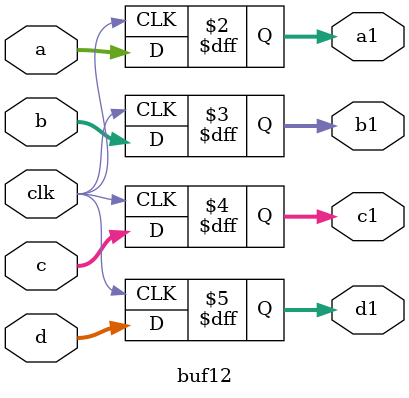
<source format=v>
`timescale 1ns / 1ps
module buf12(
    input [11:0] a,
    input [11:0] b,
    input [11:0] c,
    input [11:0] d,
    input clk,
    output reg [11:0] a1,
    output reg [11:0] b1,
    output reg [11:0] c1,
    output reg [11:0] d1
    );

always @(posedge clk) begin
a1<=a;
b1<=b;
c1<=c;
d1<=d;
end

endmodule

</source>
